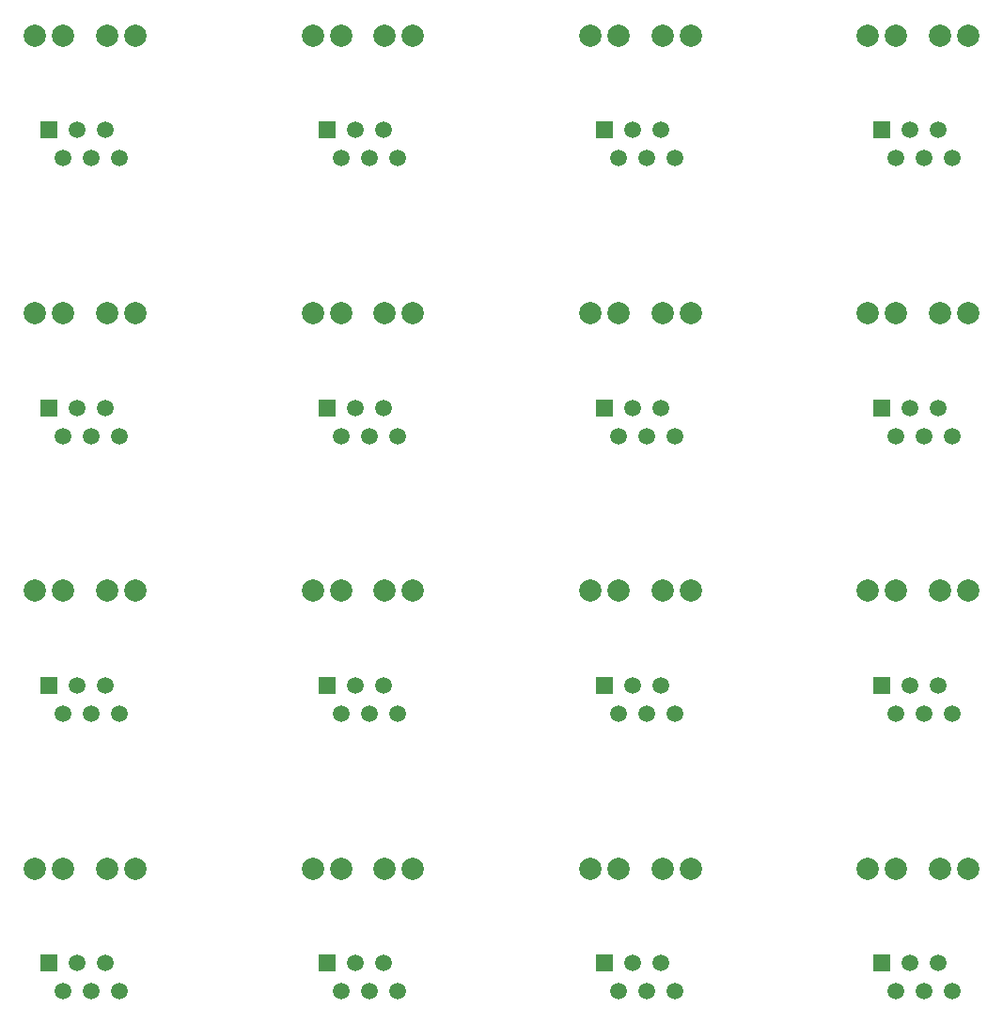
<source format=gbr>
%TF.GenerationSoftware,KiCad,Pcbnew,(5.1.9)-1*%
%TF.CreationDate,2021-10-25T14:10:00+02:00*%
%TF.ProjectId,Smartmeter_IR_multi,536d6172-746d-4657-9465-725f49525f6d,rev?*%
%TF.SameCoordinates,Original*%
%TF.FileFunction,Soldermask,Bot*%
%TF.FilePolarity,Negative*%
%FSLAX46Y46*%
G04 Gerber Fmt 4.6, Leading zero omitted, Abs format (unit mm)*
G04 Created by KiCad (PCBNEW (5.1.9)-1) date 2021-10-25 14:10:00*
%MOMM*%
%LPD*%
G01*
G04 APERTURE LIST*
%ADD10C,1.520000*%
%ADD11R,1.520000X1.520000*%
%ADD12C,2.003200*%
G04 APERTURE END LIST*
D10*
%TO.C,J1*%
X61600000Y-156040000D03*
X60330000Y-153500000D03*
X59060000Y-156040000D03*
X57790000Y-153500000D03*
X56520000Y-156040000D03*
D11*
X55250000Y-153500000D03*
%TD*%
D12*
%TO.C,D2*%
X138020000Y-145000000D03*
X135480000Y-145000000D03*
%TD*%
%TO.C,T1*%
X128980000Y-145000000D03*
X131520000Y-145000000D03*
%TD*%
%TO.C,D2*%
X110480000Y-145000000D03*
X113020000Y-145000000D03*
%TD*%
%TO.C,T1*%
X106520000Y-145000000D03*
X103980000Y-145000000D03*
%TD*%
D10*
%TO.C,J1*%
X111600000Y-156040000D03*
X110330000Y-153500000D03*
X109060000Y-156040000D03*
X107790000Y-153500000D03*
X106520000Y-156040000D03*
D11*
X105250000Y-153500000D03*
%TD*%
%TO.C,J1*%
X130250000Y-153500000D03*
D10*
X131520000Y-156040000D03*
X132790000Y-153500000D03*
X134060000Y-156040000D03*
X135330000Y-153500000D03*
X136600000Y-156040000D03*
%TD*%
D12*
%TO.C,T1*%
X131520000Y-145000000D03*
X128980000Y-145000000D03*
%TD*%
%TO.C,T1*%
X56520000Y-145000000D03*
X53980000Y-145000000D03*
%TD*%
D11*
%TO.C,J1*%
X80250000Y-153500000D03*
D10*
X81520000Y-156040000D03*
X82790000Y-153500000D03*
X84060000Y-156040000D03*
X85330000Y-153500000D03*
X86600000Y-156040000D03*
%TD*%
%TO.C,J1*%
X136600000Y-156040000D03*
X135330000Y-153500000D03*
X134060000Y-156040000D03*
X132790000Y-153500000D03*
X131520000Y-156040000D03*
D11*
X130250000Y-153500000D03*
%TD*%
D12*
%TO.C,T1*%
X78980000Y-145000000D03*
X81520000Y-145000000D03*
%TD*%
%TO.C,D2*%
X60480000Y-145000000D03*
X63020000Y-145000000D03*
%TD*%
%TO.C,D2*%
X135480000Y-145000000D03*
X138020000Y-145000000D03*
%TD*%
%TO.C,D2*%
X88020000Y-145000000D03*
X85480000Y-145000000D03*
%TD*%
D10*
%TO.C,J1*%
X136600000Y-131040000D03*
X135330000Y-128500000D03*
X134060000Y-131040000D03*
X132790000Y-128500000D03*
X131520000Y-131040000D03*
D11*
X130250000Y-128500000D03*
%TD*%
D12*
%TO.C,T1*%
X131520000Y-120000000D03*
X128980000Y-120000000D03*
%TD*%
%TO.C,D2*%
X135480000Y-120000000D03*
X138020000Y-120000000D03*
%TD*%
%TO.C,D2*%
X113020000Y-120000000D03*
X110480000Y-120000000D03*
%TD*%
D11*
%TO.C,J1*%
X105250000Y-128500000D03*
D10*
X106520000Y-131040000D03*
X107790000Y-128500000D03*
X109060000Y-131040000D03*
X110330000Y-128500000D03*
X111600000Y-131040000D03*
%TD*%
D12*
%TO.C,T1*%
X103980000Y-120000000D03*
X106520000Y-120000000D03*
%TD*%
D11*
%TO.C,J1*%
X55250000Y-128500000D03*
D10*
X56520000Y-131040000D03*
X57790000Y-128500000D03*
X59060000Y-131040000D03*
X60330000Y-128500000D03*
X61600000Y-131040000D03*
%TD*%
D12*
%TO.C,D2*%
X63020000Y-120000000D03*
X60480000Y-120000000D03*
%TD*%
%TO.C,T1*%
X128980000Y-120000000D03*
X131520000Y-120000000D03*
%TD*%
D10*
%TO.C,J1*%
X86600000Y-131040000D03*
X85330000Y-128500000D03*
X84060000Y-131040000D03*
X82790000Y-128500000D03*
X81520000Y-131040000D03*
D11*
X80250000Y-128500000D03*
%TD*%
D12*
%TO.C,T1*%
X81520000Y-120000000D03*
X78980000Y-120000000D03*
%TD*%
%TO.C,T1*%
X53980000Y-120000000D03*
X56520000Y-120000000D03*
%TD*%
D11*
%TO.C,J1*%
X130250000Y-128500000D03*
D10*
X131520000Y-131040000D03*
X132790000Y-128500000D03*
X134060000Y-131040000D03*
X135330000Y-128500000D03*
X136600000Y-131040000D03*
%TD*%
D12*
%TO.C,D2*%
X138020000Y-120000000D03*
X135480000Y-120000000D03*
%TD*%
%TO.C,D2*%
X85480000Y-120000000D03*
X88020000Y-120000000D03*
%TD*%
%TO.C,D2*%
X138020000Y-95000000D03*
X135480000Y-95000000D03*
%TD*%
D11*
%TO.C,J1*%
X130250000Y-103500000D03*
D10*
X131520000Y-106040000D03*
X132790000Y-103500000D03*
X134060000Y-106040000D03*
X135330000Y-103500000D03*
X136600000Y-106040000D03*
%TD*%
D12*
%TO.C,T1*%
X128980000Y-95000000D03*
X131520000Y-95000000D03*
%TD*%
D10*
%TO.C,J1*%
X111600000Y-106040000D03*
X110330000Y-103500000D03*
X109060000Y-106040000D03*
X107790000Y-103500000D03*
X106520000Y-106040000D03*
D11*
X105250000Y-103500000D03*
%TD*%
D12*
%TO.C,T1*%
X106520000Y-95000000D03*
X103980000Y-95000000D03*
%TD*%
%TO.C,D2*%
X110480000Y-95000000D03*
X113020000Y-95000000D03*
%TD*%
%TO.C,T1*%
X56520000Y-95000000D03*
X53980000Y-95000000D03*
%TD*%
%TO.C,D2*%
X60480000Y-95000000D03*
X63020000Y-95000000D03*
%TD*%
D10*
%TO.C,J1*%
X61600000Y-106040000D03*
X60330000Y-103500000D03*
X59060000Y-106040000D03*
X57790000Y-103500000D03*
X56520000Y-106040000D03*
D11*
X55250000Y-103500000D03*
%TD*%
D10*
%TO.C,J1*%
X136600000Y-106040000D03*
X135330000Y-103500000D03*
X134060000Y-106040000D03*
X132790000Y-103500000D03*
X131520000Y-106040000D03*
D11*
X130250000Y-103500000D03*
%TD*%
D12*
%TO.C,D2*%
X135480000Y-95000000D03*
X138020000Y-95000000D03*
%TD*%
%TO.C,T1*%
X131520000Y-95000000D03*
X128980000Y-95000000D03*
%TD*%
D11*
%TO.C,J1*%
X80250000Y-103500000D03*
D10*
X81520000Y-106040000D03*
X82790000Y-103500000D03*
X84060000Y-106040000D03*
X85330000Y-103500000D03*
X86600000Y-106040000D03*
%TD*%
D12*
%TO.C,T1*%
X78980000Y-95000000D03*
X81520000Y-95000000D03*
%TD*%
%TO.C,D2*%
X88020000Y-95000000D03*
X85480000Y-95000000D03*
%TD*%
%TO.C,T1*%
X128980000Y-70000000D03*
X131520000Y-70000000D03*
%TD*%
%TO.C,D2*%
X138020000Y-70000000D03*
X135480000Y-70000000D03*
%TD*%
D11*
%TO.C,J1*%
X130250000Y-78500000D03*
D10*
X131520000Y-81040000D03*
X132790000Y-78500000D03*
X134060000Y-81040000D03*
X135330000Y-78500000D03*
X136600000Y-81040000D03*
%TD*%
%TO.C,J1*%
X136600000Y-81040000D03*
X135330000Y-78500000D03*
X134060000Y-81040000D03*
X132790000Y-78500000D03*
X131520000Y-81040000D03*
D11*
X130250000Y-78500000D03*
%TD*%
D12*
%TO.C,T1*%
X131520000Y-70000000D03*
X128980000Y-70000000D03*
%TD*%
%TO.C,D2*%
X135480000Y-70000000D03*
X138020000Y-70000000D03*
%TD*%
D11*
%TO.C,J1*%
X105250000Y-78500000D03*
D10*
X106520000Y-81040000D03*
X107790000Y-78500000D03*
X109060000Y-81040000D03*
X110330000Y-78500000D03*
X111600000Y-81040000D03*
%TD*%
D12*
%TO.C,T1*%
X103980000Y-70000000D03*
X106520000Y-70000000D03*
%TD*%
%TO.C,D2*%
X113020000Y-70000000D03*
X110480000Y-70000000D03*
%TD*%
%TO.C,T1*%
X81520000Y-70000000D03*
X78980000Y-70000000D03*
%TD*%
%TO.C,D2*%
X85480000Y-70000000D03*
X88020000Y-70000000D03*
%TD*%
D10*
%TO.C,J1*%
X86600000Y-81040000D03*
X85330000Y-78500000D03*
X84060000Y-81040000D03*
X82790000Y-78500000D03*
X81520000Y-81040000D03*
D11*
X80250000Y-78500000D03*
%TD*%
%TO.C,J1*%
X55250000Y-78500000D03*
D10*
X56520000Y-81040000D03*
X57790000Y-78500000D03*
X59060000Y-81040000D03*
X60330000Y-78500000D03*
X61600000Y-81040000D03*
%TD*%
D12*
%TO.C,D2*%
X63020000Y-70000000D03*
X60480000Y-70000000D03*
%TD*%
%TO.C,T1*%
X53980000Y-70000000D03*
X56520000Y-70000000D03*
%TD*%
M02*

</source>
